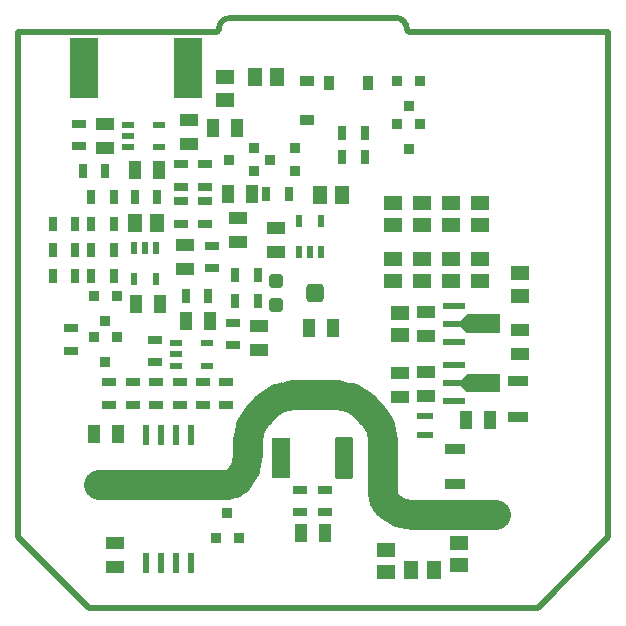
<source format=gtp>
G04*
G04 #@! TF.GenerationSoftware,Altium Limited,CircuitStudio,1.5.2 (1.5.2.30)*
G04*
G04 Layer_Color=7318015*
%FSLAX44Y44*%
%MOMM*%
G71*
G01*
G75*
%ADD10R,1.3000X1.6000*%
%ADD11R,1.0000X1.5240*%
%ADD12R,0.7000X1.3000*%
%ADD13R,0.9144X0.8128*%
%ADD14R,0.8128X0.9144*%
%ADD15R,0.6000X1.8000*%
%ADD16R,1.5240X1.0000*%
%ADD17R,1.3000X0.7000*%
G04:AMPARAMS|DCode=18|XSize=1.6mm|YSize=1.5mm|CornerRadius=0.375mm|HoleSize=0mm|Usage=FLASHONLY|Rotation=270.000|XOffset=0mm|YOffset=0mm|HoleType=Round|Shape=RoundedRectangle|*
%AMROUNDEDRECTD18*
21,1,1.6000,0.7500,0,0,270.0*
21,1,0.8500,1.5000,0,0,270.0*
1,1,0.7500,-0.3750,-0.4250*
1,1,0.7500,-0.3750,0.4250*
1,1,0.7500,0.3750,0.4250*
1,1,0.7500,0.3750,-0.4250*
%
%ADD18ROUNDEDRECTD18*%
G04:AMPARAMS|DCode=19|XSize=1.2mm|YSize=1.2mm|CornerRadius=0.3mm|HoleSize=0mm|Usage=FLASHONLY|Rotation=270.000|XOffset=0mm|YOffset=0mm|HoleType=Round|Shape=RoundedRectangle|*
%AMROUNDEDRECTD19*
21,1,1.2000,0.6000,0,0,270.0*
21,1,0.6000,1.2000,0,0,270.0*
1,1,0.6000,-0.3000,-0.3000*
1,1,0.6000,-0.3000,0.3000*
1,1,0.6000,0.3000,0.3000*
1,1,0.6000,0.3000,-0.3000*
%
%ADD19ROUNDEDRECTD19*%
%ADD20R,1.6000X1.3000*%
%ADD21R,1.2200X0.9100*%
%ADD22R,1.6000X3.5000*%
G04:AMPARAMS|DCode=23|XSize=1.6mm|YSize=3.5mm|CornerRadius=0.2mm|HoleSize=0mm|Usage=FLASHONLY|Rotation=0.000|XOffset=0mm|YOffset=0mm|HoleType=Round|Shape=RoundedRectangle|*
%AMROUNDEDRECTD23*
21,1,1.6000,3.1000,0,0,0.0*
21,1,1.2000,3.5000,0,0,0.0*
1,1,0.4000,0.6000,-1.5500*
1,1,0.4000,-0.6000,-1.5500*
1,1,0.4000,-0.6000,1.5500*
1,1,0.4000,0.6000,1.5500*
%
%ADD23ROUNDEDRECTD23*%
%ADD24R,1.4500X0.6000*%
%ADD25R,1.4000X0.6000*%
%ADD26R,1.7020X0.9140*%
%ADD27R,0.9100X1.2200*%
%ADD28R,1.0000X0.6000*%
%ADD29R,1.8900X0.5400*%
%ADD30R,0.2500X0.2500*%
%ADD31R,2.4130X5.0800*%
%ADD32R,0.6000X1.0000*%
%ADD35C,0.5000*%
%ADD36C,2.5000*%
G36*
X590750Y532750D02*
X562750Y532750D01*
X557500Y538000D01*
X542250Y538000D01*
Y543500D01*
X557500Y543500D01*
X562750Y548750D01*
X590750Y548750D01*
Y532750D01*
D02*
G37*
G36*
Y582750D02*
X562750Y582750D01*
X557500Y588000D01*
X542250Y588000D01*
Y593500D01*
X557500Y593500D01*
X562750Y598750D01*
X590750Y598750D01*
Y582750D01*
D02*
G37*
D10*
X457000Y700000D02*
D03*
X438000D02*
D03*
X300500Y676000D02*
D03*
X281500D02*
D03*
X515500Y382000D02*
D03*
X534500D02*
D03*
X402000Y800000D02*
D03*
X383000D02*
D03*
D11*
X360340Y701000D02*
D03*
X380660D02*
D03*
X367660Y757000D02*
D03*
X347340D02*
D03*
X449660Y587000D02*
D03*
X429340D02*
D03*
X303160Y607500D02*
D03*
X282840D02*
D03*
X582410Y509750D02*
D03*
X562090D02*
D03*
X267660Y497500D02*
D03*
X247340D02*
D03*
X301590Y720730D02*
D03*
X281270D02*
D03*
X344910Y593000D02*
D03*
X324590D02*
D03*
X442660Y414000D02*
D03*
X422340D02*
D03*
D12*
X231000Y653000D02*
D03*
X212000D02*
D03*
Y631000D02*
D03*
X231000D02*
D03*
X212000Y675667D02*
D03*
X231000D02*
D03*
X393000Y701000D02*
D03*
X412000D02*
D03*
X324500Y614000D02*
D03*
X343500D02*
D03*
X366500Y632000D02*
D03*
X385500D02*
D03*
Y610000D02*
D03*
X366500D02*
D03*
X476000Y752000D02*
D03*
X457000D02*
D03*
X256549Y719790D02*
D03*
X237549D02*
D03*
X244500Y653333D02*
D03*
X263500D02*
D03*
X476000Y732000D02*
D03*
X457000D02*
D03*
X244500Y698000D02*
D03*
X263500D02*
D03*
X244500Y675667D02*
D03*
X263500D02*
D03*
X244500Y631000D02*
D03*
X263500D02*
D03*
X281500Y698000D02*
D03*
X300500D02*
D03*
D13*
X395912Y729924D02*
D03*
X417088Y739576D02*
D03*
Y720424D02*
D03*
X360912Y729924D02*
D03*
X382088Y739576D02*
D03*
Y720424D02*
D03*
D14*
X256576Y593412D02*
D03*
X246924Y614588D02*
D03*
X266076D02*
D03*
Y579588D02*
D03*
X246924D02*
D03*
X256576Y558412D02*
D03*
X513436Y738646D02*
D03*
X503784Y759822D02*
D03*
X522936D02*
D03*
Y796572D02*
D03*
X503784D02*
D03*
X513436Y775396D02*
D03*
X350424Y409412D02*
D03*
X369576D02*
D03*
X359924Y430588D02*
D03*
D15*
X290950Y388000D02*
D03*
X303650D02*
D03*
X316350D02*
D03*
X329050D02*
D03*
Y497000D02*
D03*
X316350D02*
D03*
X303650D02*
D03*
X290950D02*
D03*
D16*
X368500Y659840D02*
D03*
Y680160D02*
D03*
X528250Y600910D02*
D03*
Y580590D02*
D03*
X607250Y565590D02*
D03*
Y585910D02*
D03*
X324000Y636840D02*
D03*
Y657160D02*
D03*
X401000Y672160D02*
D03*
Y651840D02*
D03*
X327500Y763494D02*
D03*
Y743174D02*
D03*
X528250Y529340D02*
D03*
Y549660D02*
D03*
X506000Y529090D02*
D03*
Y549410D02*
D03*
X256500Y739840D02*
D03*
Y760160D02*
D03*
X265000Y384840D02*
D03*
Y405160D02*
D03*
X387000Y568840D02*
D03*
Y589160D02*
D03*
D17*
X347000Y657000D02*
D03*
Y638000D02*
D03*
X234250Y741250D02*
D03*
Y760250D02*
D03*
X341000Y694500D02*
D03*
Y675500D02*
D03*
X227500Y568000D02*
D03*
Y587000D02*
D03*
X421500Y450500D02*
D03*
Y431500D02*
D03*
X299600Y522250D02*
D03*
Y541250D02*
D03*
X365000Y572500D02*
D03*
Y591500D02*
D03*
X341000Y707000D02*
D03*
Y726000D02*
D03*
X321000Y707000D02*
D03*
Y726000D02*
D03*
X319400Y522250D02*
D03*
Y541250D02*
D03*
X321000Y694500D02*
D03*
Y675500D02*
D03*
X442500Y450500D02*
D03*
Y431500D02*
D03*
X299000Y558500D02*
D03*
Y577500D02*
D03*
X279800Y522250D02*
D03*
Y541250D02*
D03*
X339200Y522250D02*
D03*
Y541250D02*
D03*
X260000Y522250D02*
D03*
Y541250D02*
D03*
X359000Y522250D02*
D03*
Y541250D02*
D03*
D18*
X434000Y617000D02*
D03*
D19*
X401000Y607000D02*
D03*
Y627000D02*
D03*
D20*
X607500Y614500D02*
D03*
Y633500D02*
D03*
X494000Y399500D02*
D03*
Y380500D02*
D03*
X357500Y780500D02*
D03*
Y799500D02*
D03*
X499867Y626710D02*
D03*
Y645710D02*
D03*
X524443Y626710D02*
D03*
Y645710D02*
D03*
X573597Y626710D02*
D03*
Y645710D02*
D03*
X549020Y626710D02*
D03*
Y645710D02*
D03*
X505840Y600250D02*
D03*
Y581250D02*
D03*
X499867Y693210D02*
D03*
Y674210D02*
D03*
X524443Y693210D02*
D03*
Y674210D02*
D03*
X573597Y693210D02*
D03*
Y674210D02*
D03*
X549020Y693210D02*
D03*
Y674210D02*
D03*
X556000Y386500D02*
D03*
Y405500D02*
D03*
D21*
X427500Y763650D02*
D03*
Y796350D02*
D03*
D22*
X405000Y477500D02*
D03*
D23*
X459000D02*
D03*
D24*
X527500Y513000D02*
D03*
D25*
Y497000D02*
D03*
D26*
X605750Y511780D02*
D03*
Y542220D02*
D03*
X552750Y454780D02*
D03*
Y485220D02*
D03*
D27*
X478850Y795000D02*
D03*
X446150D02*
D03*
D28*
X342752Y574500D02*
D03*
Y555500D02*
D03*
X316747D02*
D03*
Y565000D02*
D03*
Y574500D02*
D03*
X301752Y759500D02*
D03*
Y740500D02*
D03*
X275748D02*
D03*
Y750000D02*
D03*
Y759500D02*
D03*
D29*
X551750Y555750D02*
D03*
Y525750D02*
D03*
Y605750D02*
D03*
Y575750D02*
D03*
D30*
X582750Y540750D02*
D03*
Y590750D02*
D03*
D31*
X326315Y807000D02*
D03*
X238685D02*
D03*
D32*
X299499Y628998D02*
D03*
X280500D02*
D03*
Y655002D02*
D03*
X290000D02*
D03*
X299499D02*
D03*
X420500Y651998D02*
D03*
X430000D02*
D03*
X439499D02*
D03*
Y678002D02*
D03*
X420500D02*
D03*
D35*
X512000Y840049D02*
G03*
X502000Y850049I-10000J0D01*
G01*
X512000Y840049D02*
G03*
X514500Y837549I2500J0D01*
G01*
X362549Y850049D02*
G03*
X352549Y840049I0J-10000D01*
G01*
X350049Y837549D02*
G03*
X352549Y840049I0J2500D01*
G01*
X182500Y410000D02*
X242400Y350100D01*
X622600D01*
X182500Y410000D02*
Y837500D01*
X622600Y350100D02*
X682500Y410000D01*
Y837549D01*
X182500Y837500D02*
X350049D01*
X514500Y837549D02*
X667500D01*
X682500D01*
X362549Y850049D02*
X502000D01*
D36*
X495420Y437730D02*
G03*
X517100Y428750I21680J21680D01*
G01*
X491700Y446711D02*
G03*
X495420Y437730I12700J0D01*
G01*
X491700Y492250D02*
G03*
X482720Y513930I-30661J0D01*
G01*
X475280Y521370D02*
G03*
X453600Y530350I-21680J-21680D01*
G01*
X415500D02*
G03*
X393820Y521370I0J-30661D01*
G01*
X386380Y513930D02*
G03*
X377400Y492250I21680J-21680D01*
G01*
X368420Y457870D02*
G03*
X377400Y479550I-21680J21680D01*
G01*
X359439Y454150D02*
G03*
X368420Y457870I0J12700D01*
G01*
X517100Y428750D02*
X587250D01*
X491700Y446711D02*
Y492250D01*
X475280Y521370D02*
X482720Y513930D01*
X415500Y530350D02*
X453600D01*
X386380Y513930D02*
X393820Y521370D01*
X377400Y479550D02*
Y492250D01*
X251000Y454150D02*
X359439D01*
M02*

</source>
